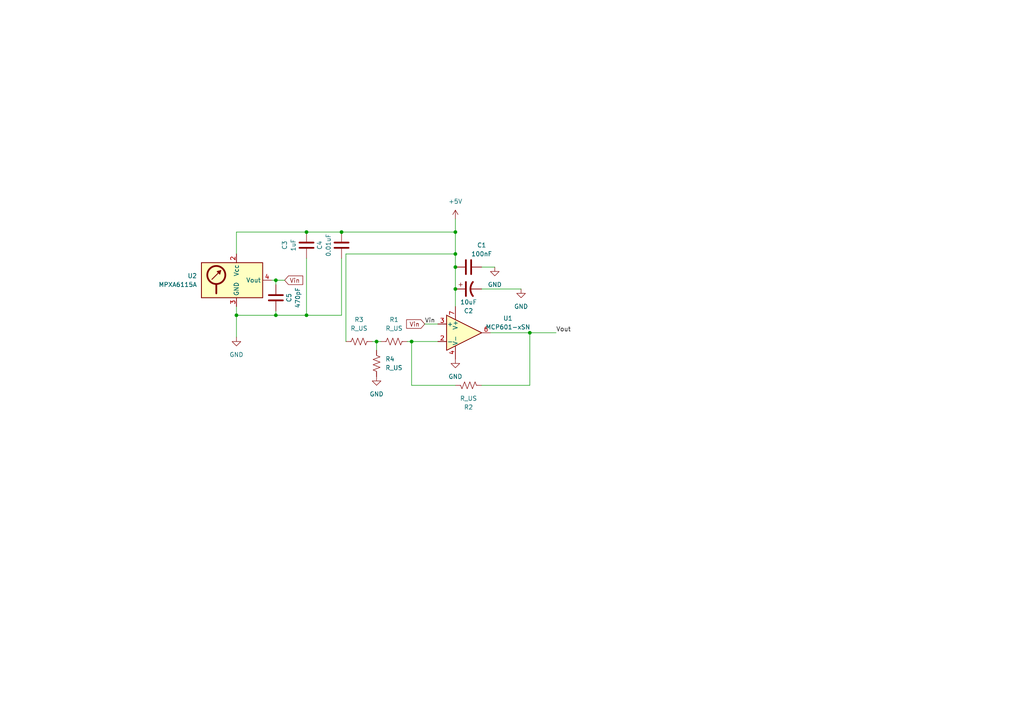
<source format=kicad_sch>
(kicad_sch (version 20230121) (generator eeschema)
  (paper "A4")
  (lib_symbols
    (symbol "Amplifier_Operational:MCP601-xSN" (pin_names (offset 0.127))
      (property "Reference" "U" (at 0 6.35 0))
      (property "Value" "MCP601-xSN" (at 0 3.81 0))
      (symbol "MCP601-xSN_0_1"
        (polyline (pts (xy -5.08 5.08) (xy 5.08 0) (xy -5.08 -5.08) (xy -5.08 5.08)) (stroke (width 0.254)) (fill (type background)))
      )
      (symbol "MCP601-xSN_1_1"
        (pin no_connect line (at -2.54 2.54 270) (length 2.54) hide (name "NC") (number "1"))
        (pin input line (at -7.62 -2.54 0) (length 2.54) (name "-") (number "2"))
        (pin input line (at -7.62 2.54 0) (length 2.54) (name "+") (number "3"))
        (pin power_in line (at -2.54 -7.62 90) (length 3.81) (name "V-") (number "4"))
        (pin no_connect line (at 0 2.54 270) (length 2.54) hide (name "NC") (number "5"))
        (pin output line (at 7.62 0 180) (length 2.54) (name "~") (number "6"))
        (pin power_in line (at -2.54 7.62 270) (length 3.81) (name "V+") (number "7"))
        (pin no_connect line (at 0 -2.54 90) (length 2.54) hide (name "NC") (number "8"))
      )
    )
    (symbol "Device:C" (pin_numbers hide) (pin_names (offset 0.254))
      (property "Reference" "C" (at 0.635 2.54 0))
      (property "Value" "C" (at 0.635 -2.54 0))
      (symbol "C_0_1"
        (polyline (pts (xy -2.032 -0.762) (xy 2.032 -0.762)) (stroke (width 0.508)))
        (polyline (pts (xy -2.032 0.762) (xy 2.032 0.762)) (stroke (width 0.508)))
      )
      (symbol "C_1_1"
        (pin passive line (at 0 3.81 270) (length 2.794) (name "~") (number "1"))
        (pin passive line (at 0 -3.81 90) (length 2.794) (name "~") (number "2"))
      )
    )
    (symbol "Device:C_Polarized_US" (pin_numbers hide) (pin_names (offset 0.254) hide)
      (property "Reference" "C" (at 0.635 2.54 0))
      (property "Value" "C_Polarized_US" (at 0.635 -2.54 0))
      (symbol "C_Polarized_US_0_1"
        (polyline (pts (xy -2.032 0.762) (xy 2.032 0.762)) (stroke (width 0.508)))
        (polyline (pts (xy -1.778 2.286) (xy -0.762 2.286)))
        (polyline (pts (xy -1.27 1.778) (xy -1.27 2.794)))
        (arc (start 2.032 -1.27) (mid 0 -0.5572) (end -2.032 -1.27) (stroke (width 0.508)))
      )
      (symbol "C_Polarized_US_1_1"
        (pin passive line (at 0 3.81 270) (length 2.794) (name "~") (number "1"))
        (pin passive line (at 0 -3.81 90) (length 3.302) (name "~") (number "2"))
      )
    )
    (symbol "Device:R_US" (pin_numbers hide) (pin_names (offset 0))
      (property "Reference" "R" (at 2.54 0 90))
      (property "Value" "R_US" (at -2.54 0 90))
      (symbol "R_US_0_1"
        (polyline (pts (xy 0 -2.286) (xy 0 -2.54)))
        (polyline (pts (xy 0 2.286) (xy 0 2.54)))
        (polyline (pts (xy 0 -0.762) (xy 1.016 -1.143) (xy 0 -1.524) (xy -1.016 -1.905) (xy 0 -2.286)))
        (polyline (pts (xy 0 0.762) (xy 1.016 0.381) (xy 0 0) (xy -1.016 -0.381) (xy 0 -0.762)))
        (polyline (pts (xy 0 2.286) (xy 1.016 1.905) (xy 0 1.524) (xy -1.016 1.143) (xy 0 0.762)))
      )
      (symbol "R_US_1_1"
        (pin passive line (at 0 3.81 270) (length 1.27) (name "~") (number "1"))
        (pin passive line (at 0 -3.81 90) (length 1.27) (name "~") (number "2"))
      )
    )
    (symbol "Sensor_Pressure:MPXA6115A"
      (property "Reference" "U" (at -10.16 6.35 0))
      (property "Value" "MPXA6115A" (at 1.27 6.35 0))
      (symbol "MPXA6115A_0_1"
        (circle (center -5.842 1.524) (radius 2.6162) (stroke (width 0.508)))
        (polyline (pts (xy -7.112 0.254) (xy -4.572 2.794)) (stroke (width 0.254)))
        (polyline (pts (xy -5.842 -1.27) (xy -5.842 -3.81)) (stroke (width 0.508)))
        (polyline (pts (xy -4.572 2.794) (xy -4.826 1.778) (xy -5.588 2.54) (xy -4.572 2.794)) (stroke (width 0.254)) (fill (type outline)))
        (rectangle (start 7.62 5.08) (end -10.16 -5.08) (stroke (width 0.254)) (fill (type background)))
      )
      (symbol "MPXA6115A_1_1"
        (pin no_connect line (at 5.08 -5.08 90) (length 2.54) hide (name "NC") (number "1"))
        (pin power_in line (at 0 7.62 270) (length 2.54) (name "Vcc") (number "2"))
        (pin power_in line (at 0 -7.62 90) (length 2.54) (name "GND") (number "3"))
        (pin output line (at 10.16 0 180) (length 2.54) (name "Vout") (number "4"))
        (pin no_connect line (at -7.62 -5.08 90) (length 2.54) hide (name "NC") (number "5"))
        (pin no_connect line (at -5.08 -5.08 90) (length 2.54) hide (name "NC") (number "6"))
        (pin no_connect line (at -2.54 -5.08 90) (length 2.54) hide (name "NC") (number "7"))
        (pin no_connect line (at 2.54 -5.08 90) (length 2.54) hide (name "NC") (number "8"))
      )
    )
    (symbol "power:+5V" (power) (pin_names (offset 0))
      (property "Value" "+5V" (at 0 3.556 0))
      (symbol "+5V_0_1"
        (polyline (pts (xy -0.762 1.27) (xy 0 2.54)))
        (polyline (pts (xy 0 0) (xy 0 2.54)))
        (polyline (pts (xy 0 2.54) (xy 0.762 1.27)))
      )
      (symbol "+5V_1_1"
        (pin power_in line (at 0 0 90) (length 0) hide (name "+5V") (number "1"))
      )
    )
    (symbol "power:GND" (power) (pin_names (offset 0))
      (property "Value" "GND" (at 0 -3.81 0))
      (symbol "GND_0_1"
        (polyline (pts (xy 0 0) (xy 0 -1.27) (xy 1.27 -1.27) (xy 0 -2.54) (xy -1.27 -1.27) (xy 0 -1.27)))
      )
      (symbol "GND_1_1"
        (pin power_in line (at 0 0 270) (length 0) hide (name "GND") (number "1"))
      )
    )
  )
  (junction (at 109.22 99.06))
  (junction (at 132.08 77.47))
  (junction (at 68.58 91.44))
  (junction (at 88.9 91.44))
  (junction (at 119.38 99.06))
  (junction (at 80.01 81.28))
  (junction (at 132.08 73.66))
  (junction (at 88.9 67.31))
  (junction (at 80.01 91.44))
  (junction (at 132.08 67.31))
  (junction (at 132.08 83.82))
  (junction (at 153.67 96.52))
  (junction (at 99.06 67.31))
  (wire (pts (xy 119.38 111.76) (xy 119.38 99.06)))
  (wire (pts (xy 132.08 111.76) (xy 119.38 111.76)))
  (wire (pts (xy 153.67 111.76) (xy 139.7 111.76)))
  (wire (pts (xy 80.01 90.17) (xy 80.01 91.44)))
  (wire (pts (xy 99.06 74.93) (xy 99.06 91.44)))
  (wire (pts (xy 80.01 82.55) (xy 80.01 81.28)))
  (wire (pts (xy 153.67 96.52) (xy 153.67 111.76)))
  (wire (pts (xy 132.08 67.31) (xy 132.08 73.66)))
  (wire (pts (xy 132.08 77.47) (xy 132.08 83.82)))
  (wire (pts (xy 123.19 93.98) (xy 127 93.98)))
  (wire (pts (xy 68.58 97.79) (xy 68.58 91.44)))
  (wire (pts (xy 68.58 91.44) (xy 68.58 88.9)))
  (wire (pts (xy 110.49 99.06) (xy 109.22 99.06)))
  (wire (pts (xy 88.9 67.31) (xy 99.06 67.31)))
  (wire (pts (xy 132.08 67.31) (xy 99.06 67.31)))
  (wire (pts (xy 132.08 73.66) (xy 132.08 77.47)))
  (wire (pts (xy 88.9 91.44) (xy 80.01 91.44)))
  (wire (pts (xy 80.01 81.28) (xy 82.55 81.28)))
  (wire (pts (xy 132.08 83.82) (xy 132.08 88.9)))
  (wire (pts (xy 153.67 96.52) (xy 161.29 96.52)))
  (wire (pts (xy 100.33 73.66) (xy 100.33 99.06)))
  (wire (pts (xy 80.01 91.44) (xy 68.58 91.44)))
  (wire (pts (xy 151.13 83.82) (xy 139.7 83.82)))
  (wire (pts (xy 143.51 77.47) (xy 139.7 77.47)))
  (wire (pts (xy 118.11 99.06) (xy 119.38 99.06)))
  (wire (pts (xy 119.38 99.06) (xy 127 99.06)))
  (wire (pts (xy 132.08 73.66) (xy 100.33 73.66)))
  (wire (pts (xy 109.22 99.06) (xy 109.22 101.6)))
  (wire (pts (xy 107.95 99.06) (xy 109.22 99.06)))
  (wire (pts (xy 99.06 91.44) (xy 88.9 91.44)))
  (wire (pts (xy 88.9 74.93) (xy 88.9 91.44)))
  (wire (pts (xy 142.24 96.52) (xy 153.67 96.52)))
  (wire (pts (xy 68.58 67.31) (xy 68.58 73.66)))
  (wire (pts (xy 132.08 63.5) (xy 132.08 67.31)))
  (wire (pts (xy 88.9 67.31) (xy 68.58 67.31)))
  (wire (pts (xy 80.01 81.28) (xy 78.74 81.28)))
  (label "Vin" (at 123.19 93.98 0))
  (label "Vout" (at 161.29 96.52 0))
  (global_label "Vin" (shape input) (at 82.55 81.28 0) (property "Intersheetrefs" "${INTERSHEET_REFS}" (effects hide)))
  (global_label "Vin" (shape input) (at 123.19 93.98 180) (property "Intersheetrefs" "${INTERSHEET_REFS}" (effects hide)))
  (symbol (lib_id "Device:C") (at 135.89 77.47 90) (unit 1)
    (property "Reference" "C1" (at 139.7 71.12 90))
    (property "Value" "100nF" (at 139.7 73.66 90))
  )
  (symbol (lib_id "Device:R_US") (at 109.22 105.41 0) (unit 1)
    (property "Reference" "R4" (at 111.76 104.14 0) (effects (justify left)))
    (property "Value" "R_US" (at 111.76 106.68 0) (effects (justify left)))
  )
  (symbol (lib_id "power:GND") (at 143.51 77.47 0) (unit 1)
    (property "Reference" "#PWR04" (effects hide))
    (property "Value" "GND" (at 143.51 82.55 0))
  )
  (symbol (lib_id "power:GND") (at 109.22 109.22 0) (unit 1)
    (property "Reference" "#PWR03" (effects hide))
    (property "Value" "GND" (at 109.22 114.3 0))
  )
  (symbol (lib_id "Device:R_US") (at 135.89 111.76 90) (mirror x) (unit 1)
    (property "Reference" "R2" (at 135.89 118.11 90))
    (property "Value" "R_US" (at 135.89 115.57 90))
  )
  (symbol (lib_id "power:GND") (at 151.13 83.82 0) (unit 1)
    (property "Reference" "#PWR05" (effects hide))
    (property "Value" "GND" (at 151.13 88.9 0))
  )
  (symbol (lib_id "power:+5V") (at 132.08 63.5 0) (unit 1)
    (property "Reference" "#PWR02" (effects hide))
    (property "Value" "+5V" (at 132.08 58.42 0))
  )
  (symbol (lib_id "Device:C_Polarized_US") (at 135.89 83.82 90) (mirror x) (unit 1)
    (property "Reference" "C2" (at 135.89 90.17 90))
    (property "Value" "10uF" (at 135.89 87.63 90))
  )
  (symbol (lib_id "Device:C") (at 80.01 86.36 180) (unit 1)
    (property "Reference" "C5" (at 83.82 86.36 90))
    (property "Value" "470pF" (at 86.36 86.36 90))
  )
  (symbol (lib_id "power:GND") (at 132.08 104.14 0) (unit 1)
    (property "Reference" "#PWR01" (effects hide))
    (property "Value" "GND" (at 132.08 109.22 0))
  )
  (symbol (lib_id "Device:R_US") (at 104.14 99.06 90) (unit 1)
    (property "Reference" "R3" (at 104.14 92.71 90))
    (property "Value" "R_US" (at 104.14 95.25 90))
  )
  (symbol (lib_id "Device:C") (at 88.9 71.12 180) (unit 1)
    (property "Reference" "C3" (at 82.55 71.12 90))
    (property "Value" "1uF" (at 85.09 71.12 90))
  )
  (symbol (lib_id "power:GND") (at 68.58 97.79 0) (unit 1)
    (property "Reference" "#PWR06" (effects hide))
    (property "Value" "GND" (at 68.58 102.87 0))
  )
  (symbol (lib_id "Device:C") (at 99.06 71.12 180) (unit 1)
    (property "Reference" "C4" (at 92.71 71.12 90))
    (property "Value" "0.01uF" (at 95.25 71.12 90))
  )
  (symbol (lib_id "Amplifier_Operational:MCP601-xSN") (at 134.62 96.52 0) (unit 1)
    (property "Reference" "U1" (at 147.32 92.3291 0))
    (property "Value" "MCP601-xSN" (at 147.32 94.8691 0))
    (property "Footprint" "Package_SO:SOIC-8_3.9x4.9mm_P1.27mm" (effects hide))
    (property "Datasheet" "http://ww1.microchip.com/downloads/en/DeviceDoc/21314g.pdf" (effects hide))
  )
  (symbol (lib_id "Device:R_US") (at 114.3 99.06 90) (unit 1)
    (property "Reference" "R1" (at 114.3 92.71 90))
    (property "Value" "R_US" (at 114.3 95.25 90))
  )
  (symbol (lib_id "Sensor_Pressure:MPXA6115A") (at 68.58 81.28 0) (unit 1)
    (property "Reference" "U2" (at 57.15 80.01 0) (effects (justify right)))
    (property "Value" "MPXA6115A" (at 57.15 82.55 0) (effects (justify right)))
    (property "Datasheet" "https://www.nxp.com/docs/en/data-sheet/MPXA6115A.pdf" (effects hide))
  )
)
</source>
